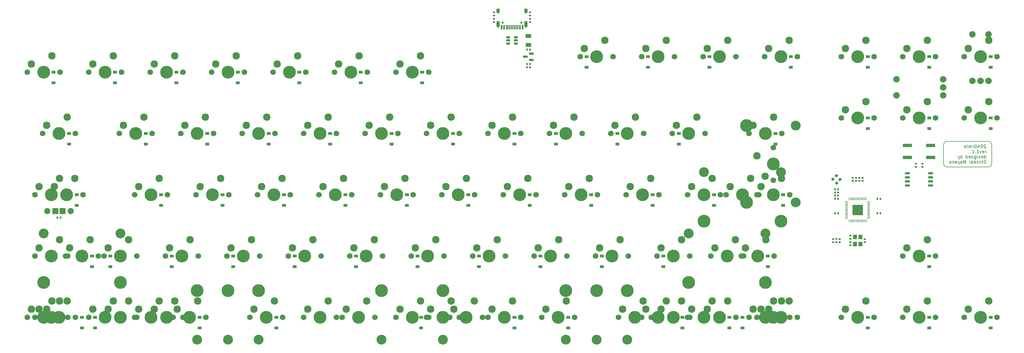
<source format=gbr>
%TF.GenerationSoftware,KiCad,Pcbnew,(6.0.6)*%
%TF.CreationDate,2022-09-03T14:27:16-07:00*%
%TF.ProjectId,2040rmie,32303430-726d-4696-952e-6b696361645f,rev?*%
%TF.SameCoordinates,Original*%
%TF.FileFunction,Soldermask,Bot*%
%TF.FilePolarity,Negative*%
%FSLAX46Y46*%
G04 Gerber Fmt 4.6, Leading zero omitted, Abs format (unit mm)*
G04 Created by KiCad (PCBNEW (6.0.6)) date 2022-09-03 14:27:16*
%MOMM*%
%LPD*%
G01*
G04 APERTURE LIST*
G04 Aperture macros list*
%AMRoundRect*
0 Rectangle with rounded corners*
0 $1 Rounding radius*
0 $2 $3 $4 $5 $6 $7 $8 $9 X,Y pos of 4 corners*
0 Add a 4 corners polygon primitive as box body*
4,1,4,$2,$3,$4,$5,$6,$7,$8,$9,$2,$3,0*
0 Add four circle primitives for the rounded corners*
1,1,$1+$1,$2,$3*
1,1,$1+$1,$4,$5*
1,1,$1+$1,$6,$7*
1,1,$1+$1,$8,$9*
0 Add four rect primitives between the rounded corners*
20,1,$1+$1,$2,$3,$4,$5,0*
20,1,$1+$1,$4,$5,$6,$7,0*
20,1,$1+$1,$6,$7,$8,$9,0*
20,1,$1+$1,$8,$9,$2,$3,0*%
G04 Aperture macros list end*
%ADD10C,0.200000*%
%ADD11C,1.750000*%
%ADD12C,3.987800*%
%ADD13C,2.300000*%
%ADD14RoundRect,0.285750X-0.666750X-0.666750X0.666750X-0.666750X0.666750X0.666750X-0.666750X0.666750X0*%
%ADD15C,1.905000*%
%ADD16C,3.048000*%
%ADD17C,2.000000*%
%ADD18RoundRect,0.140000X-0.140000X-0.170000X0.140000X-0.170000X0.140000X0.170000X-0.140000X0.170000X0*%
%ADD19R,1.200000X0.900000*%
%ADD20RoundRect,0.135000X0.185000X-0.135000X0.185000X0.135000X-0.185000X0.135000X-0.185000X-0.135000X0*%
%ADD21RoundRect,0.140000X0.140000X0.170000X-0.140000X0.170000X-0.140000X-0.170000X0.140000X-0.170000X0*%
%ADD22RoundRect,0.200000X-0.335876X-0.053033X-0.053033X-0.335876X0.335876X0.053033X0.053033X0.335876X0*%
%ADD23RoundRect,0.135000X-0.185000X0.135000X-0.185000X-0.135000X0.185000X-0.135000X0.185000X0.135000X0*%
%ADD24R,1.200000X1.400000*%
%ADD25RoundRect,0.140000X0.170000X-0.140000X0.170000X0.140000X-0.170000X0.140000X-0.170000X-0.140000X0*%
%ADD26RoundRect,0.140000X-0.170000X0.140000X-0.170000X-0.140000X0.170000X-0.140000X0.170000X0.140000X0*%
%ADD27RoundRect,0.150000X0.587500X0.150000X-0.587500X0.150000X-0.587500X-0.150000X0.587500X-0.150000X0*%
%ADD28RoundRect,0.250000X0.625000X-0.375000X0.625000X0.375000X-0.625000X0.375000X-0.625000X-0.375000X0*%
%ADD29RoundRect,0.150000X0.650000X0.150000X-0.650000X0.150000X-0.650000X-0.150000X0.650000X-0.150000X0*%
%ADD30C,0.650000*%
%ADD31R,0.600000X1.450000*%
%ADD32R,0.300000X1.450000*%
%ADD33O,1.000000X1.600000*%
%ADD34O,1.000000X2.100000*%
%ADD35RoundRect,0.135000X-0.135000X-0.185000X0.135000X-0.185000X0.135000X0.185000X-0.135000X0.185000X0*%
%ADD36RoundRect,0.050000X0.387500X0.050000X-0.387500X0.050000X-0.387500X-0.050000X0.387500X-0.050000X0*%
%ADD37RoundRect,0.050000X0.050000X0.387500X-0.050000X0.387500X-0.050000X-0.387500X0.050000X-0.387500X0*%
%ADD38RoundRect,0.144000X1.456000X1.456000X-1.456000X1.456000X-1.456000X-1.456000X1.456000X-1.456000X0*%
%ADD39RoundRect,0.275000X-1.125000X-0.275000X1.125000X-0.275000X1.125000X0.275000X-1.125000X0.275000X0*%
%ADD40RoundRect,0.150000X-0.475000X-0.150000X0.475000X-0.150000X0.475000X0.150000X-0.475000X0.150000X0*%
G04 APERTURE END LIST*
D10*
X345245950Y-86519750D02*
G75*
G03*
X343995950Y-87769750I50J-1250050D01*
G01*
X343995950Y-93269750D02*
X343995950Y-87769750D01*
X357745950Y-94519750D02*
G75*
G03*
X358995950Y-93269750I-50J1250050D01*
G01*
X358995950Y-87769750D02*
G75*
G03*
X357745950Y-86519750I-1250050J-50D01*
G01*
X343995950Y-93269750D02*
G75*
G03*
X345245950Y-94519750I1250050J50D01*
G01*
X357745950Y-94519750D02*
X345245950Y-94519750D01*
X358995950Y-87769750D02*
X358995950Y-93269750D01*
X345245950Y-86519750D02*
X357745950Y-86519750D01*
X357114201Y-87652369D02*
X357060629Y-87604750D01*
X356959439Y-87557130D01*
X356721344Y-87557130D01*
X356632058Y-87604750D01*
X356590391Y-87652369D01*
X356554677Y-87747607D01*
X356566582Y-87842845D01*
X356632058Y-87985702D01*
X357274915Y-88557130D01*
X356655867Y-88557130D01*
X355911820Y-87557130D02*
X355816582Y-87557130D01*
X355727296Y-87604750D01*
X355685629Y-87652369D01*
X355649915Y-87747607D01*
X355626105Y-87938083D01*
X355655867Y-88176178D01*
X355727296Y-88366654D01*
X355786820Y-88461892D01*
X355840391Y-88509511D01*
X355941582Y-88557130D01*
X356036820Y-88557130D01*
X356126105Y-88509511D01*
X356167772Y-88461892D01*
X356203486Y-88366654D01*
X356227296Y-88176178D01*
X356197534Y-87938083D01*
X356126105Y-87747607D01*
X356066582Y-87652369D01*
X356013010Y-87604750D01*
X355911820Y-87557130D01*
X354763010Y-87890464D02*
X354846344Y-88557130D01*
X354953486Y-87509511D02*
X355280867Y-88223797D01*
X354661820Y-88223797D01*
X354007058Y-87557130D02*
X353911820Y-87557130D01*
X353822534Y-87604750D01*
X353780867Y-87652369D01*
X353745153Y-87747607D01*
X353721344Y-87938083D01*
X353751105Y-88176178D01*
X353822534Y-88366654D01*
X353882058Y-88461892D01*
X353935629Y-88509511D01*
X354036820Y-88557130D01*
X354132058Y-88557130D01*
X354221344Y-88509511D01*
X354263010Y-88461892D01*
X354298725Y-88366654D01*
X354322534Y-88176178D01*
X354292772Y-87938083D01*
X354221344Y-87747607D01*
X354161820Y-87652369D01*
X354108248Y-87604750D01*
X354007058Y-87557130D01*
X353370153Y-88557130D02*
X353286820Y-87890464D01*
X353310629Y-88080940D02*
X353251105Y-87985702D01*
X353197534Y-87938083D01*
X353096344Y-87890464D01*
X353001105Y-87890464D01*
X352751105Y-88557130D02*
X352667772Y-87890464D01*
X352679677Y-87985702D02*
X352626105Y-87938083D01*
X352524915Y-87890464D01*
X352382058Y-87890464D01*
X352292772Y-87938083D01*
X352257058Y-88033321D01*
X352322534Y-88557130D01*
X352257058Y-88033321D02*
X352197534Y-87938083D01*
X352096344Y-87890464D01*
X351953486Y-87890464D01*
X351864201Y-87938083D01*
X351828486Y-88033321D01*
X351893963Y-88557130D01*
X351417772Y-88557130D02*
X351334439Y-87890464D01*
X351292772Y-87557130D02*
X351346344Y-87604750D01*
X351304677Y-87652369D01*
X351251105Y-87604750D01*
X351292772Y-87557130D01*
X351304677Y-87652369D01*
X350554677Y-88509511D02*
X350655867Y-88557130D01*
X350846344Y-88557130D01*
X350935629Y-88509511D01*
X350971344Y-88414273D01*
X350923725Y-88033321D01*
X350864201Y-87938083D01*
X350763010Y-87890464D01*
X350572534Y-87890464D01*
X350483248Y-87938083D01*
X350447534Y-88033321D01*
X350459439Y-88128559D01*
X350947534Y-88223797D01*
X357179677Y-90167130D02*
X357096344Y-89500464D01*
X357120153Y-89690940D02*
X357060629Y-89595702D01*
X357007058Y-89548083D01*
X356905867Y-89500464D01*
X356810629Y-89500464D01*
X356173725Y-90119511D02*
X356274915Y-90167130D01*
X356465391Y-90167130D01*
X356554677Y-90119511D01*
X356590391Y-90024273D01*
X356542772Y-89643321D01*
X356483248Y-89548083D01*
X356382058Y-89500464D01*
X356191582Y-89500464D01*
X356102296Y-89548083D01*
X356066582Y-89643321D01*
X356078486Y-89738559D01*
X356566582Y-89833797D01*
X355715391Y-89500464D02*
X355560629Y-90167130D01*
X355239201Y-89500464D01*
X354417772Y-90167130D02*
X354989201Y-90167130D01*
X354703486Y-90167130D02*
X354578486Y-89167130D01*
X354691582Y-89309988D01*
X354798725Y-89405226D01*
X354899915Y-89452845D01*
X353977296Y-90071892D02*
X353935629Y-90119511D01*
X353989201Y-90167130D01*
X354030867Y-90119511D01*
X353977296Y-90071892D01*
X353989201Y-90167130D01*
X352989201Y-90167130D02*
X353560629Y-90167130D01*
X353274915Y-90167130D02*
X353149915Y-89167130D01*
X353263010Y-89309988D01*
X353370153Y-89405226D01*
X353471344Y-89452845D01*
X356751105Y-91777130D02*
X356626105Y-90777130D01*
X356745153Y-91729511D02*
X356846344Y-91777130D01*
X357036820Y-91777130D01*
X357126105Y-91729511D01*
X357167772Y-91681892D01*
X357203486Y-91586654D01*
X357167772Y-91300940D01*
X357108248Y-91205702D01*
X357054677Y-91158083D01*
X356953486Y-91110464D01*
X356763010Y-91110464D01*
X356673725Y-91158083D01*
X355888010Y-91729511D02*
X355989201Y-91777130D01*
X356179677Y-91777130D01*
X356268963Y-91729511D01*
X356304677Y-91634273D01*
X356257058Y-91253321D01*
X356197534Y-91158083D01*
X356096344Y-91110464D01*
X355905867Y-91110464D01*
X355816582Y-91158083D01*
X355780867Y-91253321D01*
X355792772Y-91348559D01*
X356280867Y-91443797D01*
X355459439Y-91729511D02*
X355370153Y-91777130D01*
X355179677Y-91777130D01*
X355078486Y-91729511D01*
X355018963Y-91634273D01*
X355013010Y-91586654D01*
X355048725Y-91491416D01*
X355138010Y-91443797D01*
X355280867Y-91443797D01*
X355370153Y-91396178D01*
X355405867Y-91300940D01*
X355399915Y-91253321D01*
X355340391Y-91158083D01*
X355239201Y-91110464D01*
X355096344Y-91110464D01*
X355007058Y-91158083D01*
X354608248Y-91777130D02*
X354524915Y-91110464D01*
X354483248Y-90777130D02*
X354536820Y-90824750D01*
X354495153Y-90872369D01*
X354441582Y-90824750D01*
X354483248Y-90777130D01*
X354495153Y-90872369D01*
X353620153Y-91110464D02*
X353721344Y-91919988D01*
X353780867Y-92015226D01*
X353834439Y-92062845D01*
X353935629Y-92110464D01*
X354078486Y-92110464D01*
X354167772Y-92062845D01*
X353697534Y-91729511D02*
X353798725Y-91777130D01*
X353989201Y-91777130D01*
X354078486Y-91729511D01*
X354120153Y-91681892D01*
X354155867Y-91586654D01*
X354120153Y-91300940D01*
X354060629Y-91205702D01*
X354007058Y-91158083D01*
X353905867Y-91110464D01*
X353715391Y-91110464D01*
X353626105Y-91158083D01*
X353143963Y-91110464D02*
X353227296Y-91777130D01*
X353155867Y-91205702D02*
X353102296Y-91158083D01*
X353001105Y-91110464D01*
X352858248Y-91110464D01*
X352768963Y-91158083D01*
X352733248Y-91253321D01*
X352798725Y-91777130D01*
X351935629Y-91729511D02*
X352036820Y-91777130D01*
X352227296Y-91777130D01*
X352316582Y-91729511D01*
X352352296Y-91634273D01*
X352304677Y-91253321D01*
X352245153Y-91158083D01*
X352143963Y-91110464D01*
X351953486Y-91110464D01*
X351864201Y-91158083D01*
X351828486Y-91253321D01*
X351840391Y-91348559D01*
X352328486Y-91443797D01*
X351036820Y-91777130D02*
X350911820Y-90777130D01*
X351030867Y-91729511D02*
X351132058Y-91777130D01*
X351322534Y-91777130D01*
X351411820Y-91729511D01*
X351453486Y-91681892D01*
X351489201Y-91586654D01*
X351453486Y-91300940D01*
X351393963Y-91205702D01*
X351340391Y-91158083D01*
X351239201Y-91110464D01*
X351048725Y-91110464D01*
X350959439Y-91158083D01*
X349798725Y-91777130D02*
X349673725Y-90777130D01*
X349721344Y-91158083D02*
X349620153Y-91110464D01*
X349429677Y-91110464D01*
X349340391Y-91158083D01*
X349298725Y-91205702D01*
X349263010Y-91300940D01*
X349298725Y-91586654D01*
X349358248Y-91681892D01*
X349411820Y-91729511D01*
X349513010Y-91777130D01*
X349703486Y-91777130D01*
X349792772Y-91729511D01*
X348905867Y-91110464D02*
X348751105Y-91777130D01*
X348429677Y-91110464D02*
X348751105Y-91777130D01*
X348876105Y-92015226D01*
X348929677Y-92062845D01*
X349030867Y-92110464D01*
X357221344Y-93339511D02*
X357084439Y-93387130D01*
X356846344Y-93387130D01*
X356745153Y-93339511D01*
X356691582Y-93291892D01*
X356632058Y-93196654D01*
X356620153Y-93101416D01*
X356655867Y-93006178D01*
X356697534Y-92958559D01*
X356786820Y-92910940D01*
X356971344Y-92863321D01*
X357060629Y-92815702D01*
X357102296Y-92768083D01*
X357138010Y-92672845D01*
X357126105Y-92577607D01*
X357066582Y-92482369D01*
X357013010Y-92434750D01*
X356911820Y-92387130D01*
X356673725Y-92387130D01*
X356536820Y-92434750D01*
X356227296Y-93387130D02*
X356102296Y-92387130D01*
X355798725Y-93387130D02*
X355733248Y-92863321D01*
X355768963Y-92768083D01*
X355858248Y-92720464D01*
X356001105Y-92720464D01*
X356102296Y-92768083D01*
X356155867Y-92815702D01*
X355322534Y-93387130D02*
X355239201Y-92720464D01*
X355197534Y-92387130D02*
X355251105Y-92434750D01*
X355209439Y-92482369D01*
X355155867Y-92434750D01*
X355197534Y-92387130D01*
X355209439Y-92482369D01*
X354763010Y-92720464D02*
X354846344Y-93387130D01*
X354774915Y-92815702D02*
X354721344Y-92768083D01*
X354620153Y-92720464D01*
X354477296Y-92720464D01*
X354388010Y-92768083D01*
X354352296Y-92863321D01*
X354417772Y-93387130D01*
X353941582Y-93387130D02*
X353816582Y-92387130D01*
X353798725Y-93006178D02*
X353560629Y-93387130D01*
X353477296Y-92720464D02*
X353905867Y-93101416D01*
X352703486Y-93387130D02*
X352638010Y-92863321D01*
X352673725Y-92768083D01*
X352763010Y-92720464D01*
X352953486Y-92720464D01*
X353054677Y-92768083D01*
X352697534Y-93339511D02*
X352798725Y-93387130D01*
X353036820Y-93387130D01*
X353126105Y-93339511D01*
X353161820Y-93244273D01*
X353149915Y-93149035D01*
X353090391Y-93053797D01*
X352989201Y-93006178D01*
X352751105Y-93006178D01*
X352649915Y-92958559D01*
X352227296Y-93387130D02*
X352143963Y-92720464D01*
X352102296Y-92387130D02*
X352155867Y-92434750D01*
X352114201Y-92482369D01*
X352060629Y-92434750D01*
X352102296Y-92387130D01*
X352114201Y-92482369D01*
X350989201Y-93387130D02*
X350864201Y-92387130D01*
X350620153Y-93101416D01*
X350197534Y-92387130D01*
X350322534Y-93387130D01*
X349417772Y-93387130D02*
X349352296Y-92863321D01*
X349388010Y-92768083D01*
X349477296Y-92720464D01*
X349667772Y-92720464D01*
X349768963Y-92768083D01*
X349411820Y-93339511D02*
X349513010Y-93387130D01*
X349751105Y-93387130D01*
X349840391Y-93339511D01*
X349876105Y-93244273D01*
X349864201Y-93149035D01*
X349804677Y-93053797D01*
X349703486Y-93006178D01*
X349465391Y-93006178D01*
X349364201Y-92958559D01*
X348953486Y-92720464D02*
X348798725Y-93387130D01*
X348477296Y-92720464D02*
X348798725Y-93387130D01*
X348923725Y-93625226D01*
X348977296Y-93672845D01*
X349078486Y-93720464D01*
X347751105Y-93387130D02*
X347685629Y-92863321D01*
X347721344Y-92768083D01*
X347810629Y-92720464D01*
X348001105Y-92720464D01*
X348102296Y-92768083D01*
X347745153Y-93339511D02*
X347846344Y-93387130D01*
X348084439Y-93387130D01*
X348173725Y-93339511D01*
X348209439Y-93244273D01*
X348197534Y-93149035D01*
X348138010Y-93053797D01*
X348036820Y-93006178D01*
X347798725Y-93006178D01*
X347697534Y-92958559D01*
X347191582Y-92720464D02*
X347274915Y-93387130D01*
X347203486Y-92815702D02*
X347149915Y-92768083D01*
X347048725Y-92720464D01*
X346905867Y-92720464D01*
X346816582Y-92768083D01*
X346780867Y-92863321D01*
X346846344Y-93387130D01*
X346227296Y-93387130D02*
X346316582Y-93339511D01*
X346358248Y-93291892D01*
X346393963Y-93196654D01*
X346358248Y-92910940D01*
X346298725Y-92815702D01*
X346245153Y-92768083D01*
X346143963Y-92720464D01*
X346001105Y-92720464D01*
X345911820Y-92768083D01*
X345870153Y-92815702D01*
X345834439Y-92910940D01*
X345870153Y-93196654D01*
X345929677Y-93291892D01*
X345983248Y-93339511D01*
X346084439Y-93387130D01*
X346227296Y-93387130D01*
D11*
%TO.C,MX4-9_1*%
X265342500Y-141200000D03*
D12*
X260262500Y-141200000D03*
D11*
X255182500Y-141200000D03*
D13*
X256452500Y-138660000D03*
X262802500Y-136120000D03*
%TD*%
D11*
%TO.C,MX4-2_1*%
X103417500Y-141200000D03*
D12*
X98337500Y-141200000D03*
D11*
X93257500Y-141200000D03*
D13*
X94527500Y-138660000D03*
X100877500Y-136120000D03*
%TD*%
D11*
%TO.C,MX3-B0*%
X62301250Y-122150000D03*
D12*
X67381250Y-122150000D03*
D11*
X72461250Y-122150000D03*
D13*
X63571250Y-119610000D03*
X69921250Y-117070000D03*
%TD*%
D14*
%TO.C,LED1*%
X70873750Y-108180000D03*
D15*
X73413750Y-108180000D03*
%TD*%
D12*
%TO.C,MX4-7_2*%
X188825000Y-141200000D03*
D11*
X183745000Y-141200000D03*
X193905000Y-141200000D03*
D13*
X185015000Y-138660000D03*
X191365000Y-136120000D03*
%TD*%
D11*
%TO.C,MX3-2*%
X102782500Y-122150000D03*
D12*
X107862500Y-122150000D03*
D11*
X112942500Y-122150000D03*
D13*
X104052500Y-119610000D03*
X110402500Y-117070000D03*
%TD*%
D11*
%TO.C,MX3-13*%
X341542500Y-122150000D03*
X331382500Y-122150000D03*
D12*
X336462500Y-122150000D03*
D13*
X332652500Y-119610000D03*
X339002500Y-117070000D03*
%TD*%
D12*
%TO.C,ST-2_0*%
X226925000Y-132945000D03*
D16*
X226925000Y-148185000D03*
X131675000Y-148185000D03*
D12*
X131675000Y-132945000D03*
%TD*%
D11*
%TO.C,MX0-8*%
X241530000Y-60237500D03*
D12*
X236450000Y-60237500D03*
D11*
X231370000Y-60237500D03*
D13*
X232640000Y-57697500D03*
X238990000Y-55157500D03*
%TD*%
D12*
%TO.C,MX4-0_1*%
X69762500Y-141200000D03*
D11*
X74842500Y-141200000D03*
X64682500Y-141200000D03*
D13*
X65952500Y-138660000D03*
X72302500Y-136120000D03*
%TD*%
D12*
%TO.C,MX4-0_2*%
X67381250Y-141200000D03*
D11*
X72461250Y-141200000D03*
X62301250Y-141200000D03*
D13*
X63571250Y-138660000D03*
X69921250Y-136120000D03*
%TD*%
D11*
%TO.C,MX2-10*%
X274867500Y-103100000D03*
D12*
X269787500Y-103100000D03*
D11*
X264707500Y-103100000D03*
D13*
X265977500Y-100560000D03*
X272327500Y-98020000D03*
%TD*%
D11*
%TO.C,MX4-7_4*%
X201048750Y-141200000D03*
D12*
X195968750Y-141200000D03*
D11*
X190888750Y-141200000D03*
D13*
X192158750Y-138660000D03*
X198508750Y-136120000D03*
%TD*%
D11*
%TO.C,MX1-7*%
X212955000Y-84050000D03*
X202795000Y-84050000D03*
D12*
X207875000Y-84050000D03*
D13*
X204065000Y-81510000D03*
X210415000Y-78970000D03*
%TD*%
D11*
%TO.C,MX0-14*%
X360592500Y-60237500D03*
D12*
X355512500Y-60237500D03*
D11*
X350432500Y-60237500D03*
D13*
X351702500Y-57697500D03*
X358052500Y-55157500D03*
%TD*%
D11*
%TO.C,MX4-4_4*%
X167711250Y-141200000D03*
D12*
X162631250Y-141200000D03*
D11*
X157551250Y-141200000D03*
D13*
X158821250Y-138660000D03*
X165171250Y-136120000D03*
%TD*%
D12*
%TO.C,MX0-2*%
X103100000Y-65000000D03*
D11*
X98020000Y-65000000D03*
X108180000Y-65000000D03*
D13*
X99290000Y-62460000D03*
X105640000Y-59920000D03*
%TD*%
D16*
%TO.C,ST-B1*%
X65000000Y-115165000D03*
X88812500Y-115165000D03*
D12*
X88812500Y-130405000D03*
X65000000Y-130405000D03*
%TD*%
D11*
%TO.C,MX0-13*%
X331382500Y-60237500D03*
D12*
X336462500Y-60237500D03*
D11*
X341542500Y-60237500D03*
D13*
X332652500Y-57697500D03*
X339002500Y-55157500D03*
%TD*%
D12*
%TO.C,MX0-3*%
X122150000Y-65000000D03*
D11*
X127230000Y-65000000D03*
X117070000Y-65000000D03*
D13*
X118340000Y-62460000D03*
X124690000Y-59920000D03*
%TD*%
D12*
%TO.C,MX0-9*%
X255500000Y-60237500D03*
D11*
X260580000Y-60237500D03*
X250420000Y-60237500D03*
D13*
X251690000Y-57697500D03*
X258040000Y-55157500D03*
%TD*%
D11*
%TO.C,MX4-10_0*%
X269470000Y-141200000D03*
X279630000Y-141200000D03*
D12*
X274550000Y-141200000D03*
D13*
X270740000Y-138660000D03*
X277090000Y-136120000D03*
%TD*%
D11*
%TO.C,MX1-14*%
X350432500Y-79287500D03*
D12*
X355512500Y-79287500D03*
D11*
X360592500Y-79287500D03*
D13*
X351702500Y-76747500D03*
X358052500Y-74207500D03*
%TD*%
D11*
%TO.C,MX3-3*%
X121832500Y-122150000D03*
X131992500Y-122150000D03*
D12*
X126912500Y-122150000D03*
D13*
X123102500Y-119610000D03*
X129452500Y-117070000D03*
%TD*%
D12*
%TO.C,ST-A2*%
X282963750Y-81668750D03*
D16*
X298203750Y-105481250D03*
X298203750Y-81668750D03*
D12*
X282963750Y-105481250D03*
%TD*%
D16*
%TO.C,ST-3_0*%
X169775000Y-148185000D03*
D12*
X131675000Y-132945000D03*
X169775000Y-132945000D03*
D16*
X131675000Y-148185000D03*
%TD*%
D12*
%TO.C,MX1-8*%
X226925000Y-84050000D03*
D11*
X232005000Y-84050000D03*
X221845000Y-84050000D03*
D13*
X223115000Y-81510000D03*
X229465000Y-78970000D03*
%TD*%
D11*
%TO.C,MX1-13*%
X331382500Y-79287500D03*
X341542500Y-79287500D03*
D12*
X336462500Y-79287500D03*
D13*
X332652500Y-76747500D03*
X339002500Y-74207500D03*
%TD*%
D11*
%TO.C,MX1-6*%
X183745000Y-84050000D03*
D12*
X188825000Y-84050000D03*
D11*
X193905000Y-84050000D03*
D13*
X185015000Y-81510000D03*
X191365000Y-78970000D03*
%TD*%
D12*
%TO.C,MX4-1_2*%
X88812500Y-141200000D03*
D11*
X83732500Y-141200000D03*
X93892500Y-141200000D03*
D13*
X85002500Y-138660000D03*
X91352500Y-136120000D03*
%TD*%
D12*
%TO.C,ST-3_1*%
X226925000Y-132945000D03*
X188825000Y-132945000D03*
D16*
X188825000Y-148185000D03*
X226925000Y-148185000D03*
%TD*%
D11*
%TO.C,MX4-4_0*%
X184380000Y-141200000D03*
D12*
X179300000Y-141200000D03*
D11*
X174220000Y-141200000D03*
D13*
X175490000Y-138660000D03*
X181840000Y-136120000D03*
%TD*%
D16*
%TO.C,ST-C1*%
X265025000Y-115165000D03*
D12*
X288837500Y-130405000D03*
X265025000Y-130405000D03*
D16*
X288837500Y-115165000D03*
%TD*%
D11*
%TO.C,MX2-A11*%
X276613750Y-103100000D03*
D12*
X281693750Y-103100000D03*
D11*
X286773750Y-103100000D03*
D13*
X277883750Y-100560000D03*
X284233750Y-98020000D03*
%TD*%
D11*
%TO.C,MX3-10*%
X255182500Y-122150000D03*
D12*
X260262500Y-122150000D03*
D11*
X265342500Y-122150000D03*
D13*
X256452500Y-119610000D03*
X262802500Y-117070000D03*
%TD*%
D12*
%TO.C,MX2-1*%
X98337500Y-103100000D03*
D11*
X103417500Y-103100000D03*
X93257500Y-103100000D03*
D13*
X94527500Y-100560000D03*
X100877500Y-98020000D03*
%TD*%
D12*
%TO.C,MX1-4*%
X150725000Y-84050000D03*
D11*
X155805000Y-84050000D03*
X145645000Y-84050000D03*
D13*
X146915000Y-81510000D03*
X153265000Y-78970000D03*
%TD*%
D16*
%TO.C,ST-0_0*%
X236450000Y-148185000D03*
X122150000Y-148185000D03*
D12*
X236450000Y-132945000D03*
X122150000Y-132945000D03*
%TD*%
D11*
%TO.C,MX4-3_4*%
X128976250Y-141200000D03*
D12*
X134056250Y-141200000D03*
D11*
X139136250Y-141200000D03*
D13*
X130246250Y-138660000D03*
X136596250Y-136120000D03*
%TD*%
D11*
%TO.C,MX3-9*%
X246292500Y-122150000D03*
X236132500Y-122150000D03*
D12*
X241212500Y-122150000D03*
D13*
X237402500Y-119610000D03*
X243752500Y-117070000D03*
%TD*%
D12*
%TO.C,MX4-2_2*%
X110243750Y-141200000D03*
D11*
X115323750Y-141200000D03*
X105163750Y-141200000D03*
D13*
X106433750Y-138660000D03*
X112783750Y-136120000D03*
%TD*%
D11*
%TO.C,MX1-12*%
X322492500Y-79287500D03*
D12*
X317412500Y-79287500D03*
D11*
X312332500Y-79287500D03*
D13*
X313602500Y-76747500D03*
X319952500Y-74207500D03*
%TD*%
%TO.C,MX3-A11*%
X279471250Y-117070000D03*
X273121250Y-119610000D03*
D11*
X271851250Y-122150000D03*
X282011250Y-122150000D03*
D12*
X276931250Y-122150000D03*
%TD*%
%TO.C,MX2-8*%
X231687500Y-103100000D03*
D11*
X226607500Y-103100000D03*
X236767500Y-103100000D03*
D13*
X227877500Y-100560000D03*
X234227500Y-98020000D03*
%TD*%
D11*
%TO.C,MX2-5*%
X169457500Y-103100000D03*
X179617500Y-103100000D03*
D12*
X174537500Y-103100000D03*
D13*
X170727500Y-100560000D03*
X177077500Y-98020000D03*
%TD*%
D11*
%TO.C,MX2-3*%
X131357500Y-103100000D03*
X141517500Y-103100000D03*
D12*
X136437500Y-103100000D03*
D13*
X132627500Y-100560000D03*
X138977500Y-98020000D03*
%TD*%
D11*
%TO.C,MX3-8*%
X227242500Y-122150000D03*
D12*
X222162500Y-122150000D03*
D11*
X217082500Y-122150000D03*
D13*
X218352500Y-119610000D03*
X224702500Y-117070000D03*
%TD*%
D12*
%TO.C,MX1-11*%
X288837500Y-84050000D03*
D11*
X293917500Y-84050000D03*
X283757500Y-84050000D03*
D13*
X285027500Y-81510000D03*
X291377500Y-78970000D03*
%TD*%
D11*
%TO.C,MX4-13*%
X341542500Y-141200000D03*
D12*
X336462500Y-141200000D03*
D11*
X331382500Y-141200000D03*
D13*
X332652500Y-138660000D03*
X339002500Y-136120000D03*
%TD*%
D11*
%TO.C,MX1-1*%
X88495000Y-84050000D03*
D12*
X93575000Y-84050000D03*
D11*
X98655000Y-84050000D03*
D13*
X89765000Y-81510000D03*
X96115000Y-78970000D03*
%TD*%
D11*
%TO.C,MX3-4*%
X151042500Y-122150000D03*
D12*
X145962500Y-122150000D03*
D11*
X140882500Y-122150000D03*
D13*
X142152500Y-119610000D03*
X148502500Y-117070000D03*
%TD*%
D11*
%TO.C,MX3-5*%
X170092500Y-122150000D03*
D12*
X165012500Y-122150000D03*
D11*
X159932500Y-122150000D03*
D13*
X161202500Y-119610000D03*
X167552500Y-117070000D03*
%TD*%
D12*
%TO.C,MX0-12*%
X317412500Y-60237500D03*
D11*
X322492500Y-60237500D03*
X312332500Y-60237500D03*
D13*
X313602500Y-57697500D03*
X319952500Y-55157500D03*
%TD*%
D11*
%TO.C,MX2-C11*%
X291218750Y-88495000D03*
D12*
X291218750Y-93575000D03*
D11*
X291218750Y-98655000D03*
D13*
X288678750Y-97385000D03*
X286138750Y-91035000D03*
%TD*%
D12*
%TO.C,MX4-9_2*%
X248356250Y-141200000D03*
D11*
X243276250Y-141200000D03*
X253436250Y-141200000D03*
D13*
X244546250Y-138660000D03*
X250896250Y-136120000D03*
%TD*%
D14*
%TO.C,LED2*%
X68651250Y-108180000D03*
D15*
X66111250Y-108180000D03*
%TD*%
D11*
%TO.C,MX4-4_3*%
X145645000Y-141200000D03*
D12*
X150725000Y-141200000D03*
D11*
X155805000Y-141200000D03*
D13*
X146915000Y-138660000D03*
X153265000Y-136120000D03*
%TD*%
D12*
%TO.C,ST-1_0*%
X112625000Y-132945000D03*
D16*
X245975000Y-148185000D03*
X112625000Y-148185000D03*
D12*
X245975000Y-132945000D03*
%TD*%
D11*
%TO.C,MX1-2*%
X107545000Y-84050000D03*
D12*
X112625000Y-84050000D03*
D11*
X117705000Y-84050000D03*
D13*
X108815000Y-81510000D03*
X115165000Y-78970000D03*
%TD*%
D12*
%TO.C,MX1-10*%
X265025000Y-84050000D03*
D11*
X259945000Y-84050000D03*
X270105000Y-84050000D03*
D13*
X261215000Y-81510000D03*
X267565000Y-78970000D03*
%TD*%
D12*
%TO.C,MX4-2_0*%
X103100000Y-141200000D03*
D11*
X98020000Y-141200000D03*
X108180000Y-141200000D03*
D13*
X99290000Y-138660000D03*
X105640000Y-136120000D03*
%TD*%
D11*
%TO.C,MX1-3*%
X126595000Y-84050000D03*
D12*
X131675000Y-84050000D03*
D11*
X136755000Y-84050000D03*
D13*
X127865000Y-81510000D03*
X134215000Y-78970000D03*
%TD*%
D11*
%TO.C,MX4-12*%
X312332500Y-141200000D03*
D12*
X317412500Y-141200000D03*
D11*
X322492500Y-141200000D03*
D13*
X313602500Y-138660000D03*
X319952500Y-136120000D03*
%TD*%
D11*
%TO.C,MX1-5*%
X164695000Y-84050000D03*
D12*
X169775000Y-84050000D03*
D11*
X174855000Y-84050000D03*
D13*
X165965000Y-81510000D03*
X172315000Y-78970000D03*
%TD*%
D11*
%TO.C,MX2-6*%
X188507500Y-103100000D03*
D12*
X193587500Y-103100000D03*
D11*
X198667500Y-103100000D03*
D13*
X189777500Y-100560000D03*
X196127500Y-98020000D03*
%TD*%
D11*
%TO.C,MX4-11_2*%
X286138750Y-141200000D03*
X296298750Y-141200000D03*
D12*
X291218750Y-141200000D03*
D13*
X287408750Y-138660000D03*
X293758750Y-136120000D03*
%TD*%
D17*
%TO.C,RE2*%
X343962500Y-72262500D03*
X343962500Y-67262500D03*
X343962500Y-69762500D03*
X329462500Y-67262500D03*
X329462500Y-72262500D03*
%TD*%
D11*
%TO.C,MX4-8_4*%
X229623750Y-141200000D03*
D12*
X224543750Y-141200000D03*
D11*
X219463750Y-141200000D03*
D13*
X220733750Y-138660000D03*
X227083750Y-136120000D03*
%TD*%
D11*
%TO.C,MX2-7*%
X217717500Y-103100000D03*
D12*
X212637500Y-103100000D03*
D11*
X207557500Y-103100000D03*
D13*
X208827500Y-100560000D03*
X215177500Y-98020000D03*
%TD*%
D11*
%TO.C,MX2-9*%
X255817500Y-103100000D03*
D12*
X250737500Y-103100000D03*
D11*
X245657500Y-103100000D03*
D13*
X246927500Y-100560000D03*
X253277500Y-98020000D03*
%TD*%
D11*
%TO.C,MX3-B11*%
X281376250Y-122150000D03*
X291536250Y-122150000D03*
D12*
X286456250Y-122150000D03*
D13*
X282646250Y-119610000D03*
X288996250Y-117070000D03*
%TD*%
D12*
%TO.C,MX4-11_0*%
X293600000Y-141200000D03*
D11*
X298680000Y-141200000D03*
X288520000Y-141200000D03*
D13*
X289790000Y-138660000D03*
X296140000Y-136120000D03*
%TD*%
D11*
%TO.C,MX4-1_0*%
X78970000Y-141200000D03*
X89130000Y-141200000D03*
D12*
X84050000Y-141200000D03*
D13*
X80240000Y-138660000D03*
X86590000Y-136120000D03*
%TD*%
%TO.C,MX4-10_2*%
X272327500Y-136120000D03*
X265977500Y-138660000D03*
D11*
X274867500Y-141200000D03*
D12*
X269787500Y-141200000D03*
D11*
X264707500Y-141200000D03*
%TD*%
D12*
%TO.C,ST-A1*%
X269787500Y-111355000D03*
X293600000Y-111355000D03*
D16*
X293600000Y-96115000D03*
X269787500Y-96115000D03*
%TD*%
D12*
%TO.C,MX0-5*%
X160250000Y-65000000D03*
D11*
X165330000Y-65000000D03*
X155170000Y-65000000D03*
D13*
X156440000Y-62460000D03*
X162790000Y-59920000D03*
%TD*%
D11*
%TO.C,MX4-11_1*%
X283757500Y-141200000D03*
D12*
X288837500Y-141200000D03*
D11*
X293917500Y-141200000D03*
D13*
X285027500Y-138660000D03*
X291377500Y-136120000D03*
%TD*%
D11*
%TO.C,MX0-1*%
X89130000Y-65000000D03*
D12*
X84050000Y-65000000D03*
D11*
X78970000Y-65000000D03*
D13*
X80240000Y-62460000D03*
X86590000Y-59920000D03*
%TD*%
D11*
%TO.C,MX3-1*%
X93892500Y-122150000D03*
X83732500Y-122150000D03*
D12*
X88812500Y-122150000D03*
D13*
X85002500Y-119610000D03*
X91352500Y-117070000D03*
%TD*%
D11*
%TO.C,MX3-7*%
X208192500Y-122150000D03*
D12*
X203112500Y-122150000D03*
D11*
X198032500Y-122150000D03*
D13*
X199302500Y-119610000D03*
X205652500Y-117070000D03*
%TD*%
D11*
%TO.C,MX0-6*%
X174220000Y-65000000D03*
X184380000Y-65000000D03*
D12*
X179300000Y-65000000D03*
D13*
X175490000Y-62460000D03*
X181840000Y-59920000D03*
%TD*%
D11*
%TO.C,MX2-B0*%
X62301250Y-103100000D03*
D12*
X67381250Y-103100000D03*
D11*
X72461250Y-103100000D03*
D13*
X63571250Y-100560000D03*
X69921250Y-98020000D03*
%TD*%
%TO.C,MX4-9_0*%
X258040000Y-136120000D03*
X251690000Y-138660000D03*
D11*
X250420000Y-141200000D03*
X260580000Y-141200000D03*
D12*
X255500000Y-141200000D03*
%TD*%
%TO.C,MX4-0_0*%
X65000000Y-141200000D03*
D11*
X59920000Y-141200000D03*
X70080000Y-141200000D03*
D13*
X61190000Y-138660000D03*
X67540000Y-136120000D03*
%TD*%
D17*
%TO.C,RE1*%
X353012500Y-67737500D03*
X358012500Y-67737500D03*
X355512500Y-67737500D03*
X358012500Y-53237500D03*
X353012500Y-53237500D03*
%TD*%
D11*
%TO.C,MX2-2*%
X112307500Y-103100000D03*
D12*
X117387500Y-103100000D03*
D11*
X122467500Y-103100000D03*
D13*
X113577500Y-100560000D03*
X119927500Y-98020000D03*
%TD*%
D12*
%TO.C,MX0-11*%
X293600000Y-60237500D03*
D11*
X288520000Y-60237500D03*
X298680000Y-60237500D03*
D13*
X289790000Y-57697500D03*
X296140000Y-55157500D03*
%TD*%
D11*
%TO.C,MX1-9*%
X251055000Y-84050000D03*
D12*
X245975000Y-84050000D03*
D11*
X240895000Y-84050000D03*
D13*
X242165000Y-81510000D03*
X248515000Y-78970000D03*
%TD*%
D11*
%TO.C,MX2-4*%
X160567500Y-103100000D03*
X150407500Y-103100000D03*
D12*
X155487500Y-103100000D03*
D13*
X151677500Y-100560000D03*
X158027500Y-98020000D03*
%TD*%
D11*
%TO.C,MX4-14*%
X360592500Y-141200000D03*
D12*
X355512500Y-141200000D03*
D11*
X350432500Y-141200000D03*
D13*
X351702500Y-138660000D03*
X358052500Y-136120000D03*
%TD*%
D12*
%TO.C,MX1-0*%
X69762500Y-84050000D03*
D11*
X74842500Y-84050000D03*
X64682500Y-84050000D03*
D13*
X65952500Y-81510000D03*
X72302500Y-78970000D03*
%TD*%
D11*
%TO.C,MX2-A0*%
X77223750Y-103100000D03*
D12*
X72143750Y-103100000D03*
D11*
X67063750Y-103100000D03*
D13*
X68333750Y-100560000D03*
X74683750Y-98020000D03*
%TD*%
D11*
%TO.C,MX3-A0*%
X81986250Y-122150000D03*
X71826250Y-122150000D03*
D12*
X76906250Y-122150000D03*
D13*
X73096250Y-119610000D03*
X79446250Y-117070000D03*
%TD*%
D11*
%TO.C,MX3-6*%
X178982500Y-122150000D03*
X189142500Y-122150000D03*
D12*
X184062500Y-122150000D03*
D13*
X180252500Y-119610000D03*
X186602500Y-117070000D03*
%TD*%
D11*
%TO.C,MX4-7_3*%
X212955000Y-141200000D03*
X202795000Y-141200000D03*
D12*
X207875000Y-141200000D03*
D13*
X204065000Y-138660000D03*
X210415000Y-136120000D03*
%TD*%
D12*
%TO.C,MX2-B11*%
X291218750Y-103100000D03*
D11*
X286138750Y-103100000D03*
X296298750Y-103100000D03*
D13*
X287408750Y-100560000D03*
X293758750Y-98020000D03*
%TD*%
D12*
%TO.C,MX0-0*%
X65000000Y-65000000D03*
D11*
X70080000Y-65000000D03*
X59920000Y-65000000D03*
D13*
X61190000Y-62460000D03*
X67540000Y-59920000D03*
%TD*%
D11*
%TO.C,MX0-10*%
X279630000Y-60237500D03*
X269470000Y-60237500D03*
D12*
X274550000Y-60237500D03*
D13*
X270740000Y-57697500D03*
X277090000Y-55157500D03*
%TD*%
D12*
%TO.C,MX0-4*%
X141200000Y-65000000D03*
D11*
X136120000Y-65000000D03*
X146280000Y-65000000D03*
D13*
X137390000Y-62460000D03*
X143740000Y-59920000D03*
%TD*%
D18*
%TO.C,C17*%
X323502500Y-104425000D03*
X324462500Y-104425000D03*
%TD*%
D19*
%TO.C,D57*%
X113343750Y-144500000D03*
X113343750Y-141200000D03*
%TD*%
%TO.C,D41*%
X294318750Y-106400000D03*
X294318750Y-103100000D03*
%TD*%
D20*
%TO.C,R4*%
X315162500Y-116859375D03*
X315162500Y-115839375D03*
%TD*%
D21*
%TO.C,C11*%
X311322500Y-102425000D03*
X310362500Y-102425000D03*
%TD*%
D19*
%TO.C,D46*%
X142862500Y-125450000D03*
X142862500Y-122150000D03*
%TD*%
%TO.C,D34*%
X158587500Y-106400000D03*
X158587500Y-103100000D03*
%TD*%
%TO.C,D3*%
X106200000Y-68300000D03*
X106200000Y-65000000D03*
%TD*%
D22*
%TO.C,R2*%
X310789466Y-97223808D03*
X311956192Y-98390534D03*
%TD*%
D18*
%TO.C,C19*%
X323502500Y-108862500D03*
X324462500Y-108862500D03*
%TD*%
D23*
%TO.C,R9*%
X310842500Y-116877500D03*
X310842500Y-117897500D03*
%TD*%
D24*
%TO.C,Y1*%
X316562500Y-118487500D03*
X316562500Y-116287500D03*
X318262500Y-116287500D03*
X318262500Y-118487500D03*
%TD*%
D21*
%TO.C,C7*%
X311322500Y-101425000D03*
X310362500Y-101425000D03*
%TD*%
D19*
%TO.C,D12*%
X320512500Y-63537500D03*
X320512500Y-60237500D03*
%TD*%
%TO.C,D5*%
X144300000Y-68300000D03*
X144300000Y-65000000D03*
%TD*%
%TO.C,D48*%
X180962500Y-125450000D03*
X180962500Y-122150000D03*
%TD*%
D25*
%TO.C,C2*%
X315162500Y-118829375D03*
X315162500Y-117869375D03*
%TD*%
D19*
%TO.C,D65*%
X320512500Y-144500000D03*
X320512500Y-141200000D03*
%TD*%
%TO.C,D26*%
X291937500Y-87350000D03*
X291937500Y-84050000D03*
%TD*%
%TO.C,D1*%
X68100000Y-68300000D03*
X68100000Y-65000000D03*
%TD*%
%TO.C,D39*%
X253837500Y-106400000D03*
X253837500Y-103100000D03*
%TD*%
%TO.C,D49*%
X200012500Y-125450000D03*
X200012500Y-122150000D03*
%TD*%
%TO.C,D10*%
X271450000Y-63537500D03*
X271450000Y-60237500D03*
%TD*%
D25*
%TO.C,C8*%
X317912500Y-98817500D03*
X317912500Y-97857500D03*
%TD*%
D19*
%TO.C,D43*%
X85712500Y-125450000D03*
X85712500Y-122150000D03*
%TD*%
%TO.C,D16*%
X96675000Y-87350000D03*
X96675000Y-84050000D03*
%TD*%
%TO.C,D61*%
X227643750Y-144500000D03*
X227643750Y-141200000D03*
%TD*%
D26*
%TO.C,C20*%
X311842500Y-116907500D03*
X311842500Y-117867500D03*
%TD*%
D19*
%TO.C,D54*%
X339562500Y-125450000D03*
X339562500Y-122150000D03*
%TD*%
%TO.C,D58*%
X137156250Y-144500000D03*
X137156250Y-141200000D03*
%TD*%
D27*
%TO.C,U4*%
X216276250Y-59287500D03*
X216276250Y-61187500D03*
X214401250Y-60237500D03*
%TD*%
D19*
%TO.C,D33*%
X139537500Y-106400000D03*
X139537500Y-103100000D03*
%TD*%
%TO.C,D7*%
X182400000Y-68300000D03*
X182400000Y-65000000D03*
%TD*%
D22*
%TO.C,R3*%
X309728807Y-98284467D03*
X310895533Y-99451193D03*
%TD*%
D19*
%TO.C,D11*%
X296700000Y-63537500D03*
X296700000Y-60237500D03*
%TD*%
D28*
%TO.C,F1*%
X215338750Y-56557500D03*
X215338750Y-53757500D03*
%TD*%
D19*
%TO.C,D47*%
X161912500Y-125450000D03*
X161912500Y-122150000D03*
%TD*%
%TO.C,D22*%
X210975000Y-87350000D03*
X210975000Y-84050000D03*
%TD*%
%TO.C,D30*%
X75243750Y-106400000D03*
X75243750Y-103100000D03*
%TD*%
%TO.C,D37*%
X215737500Y-106400000D03*
X215737500Y-103100000D03*
%TD*%
%TO.C,D42*%
X80006250Y-125450000D03*
X80006250Y-122150000D03*
%TD*%
D18*
%TO.C,C10*%
X214858750Y-63487500D03*
X215818750Y-63487500D03*
%TD*%
D19*
%TO.C,D9*%
X252400000Y-63537500D03*
X252400000Y-60237500D03*
%TD*%
D26*
%TO.C,C9*%
X309842500Y-116907500D03*
X309842500Y-117867500D03*
%TD*%
D19*
%TO.C,D24*%
X242875000Y-87350000D03*
X242875000Y-84050000D03*
%TD*%
D29*
%TO.C,U3*%
X340062500Y-96432500D03*
X340062500Y-97702500D03*
X340062500Y-98972500D03*
X340062500Y-100242500D03*
X332862500Y-100242500D03*
X332862500Y-98972500D03*
X332862500Y-97702500D03*
X332862500Y-96432500D03*
%TD*%
D19*
%TO.C,D4*%
X125250000Y-68300000D03*
X125250000Y-65000000D03*
%TD*%
D25*
%TO.C,C13*%
X316912500Y-98817500D03*
X316912500Y-97857500D03*
%TD*%
D26*
%TO.C,C4*%
X335462500Y-93506000D03*
X335462500Y-94466000D03*
%TD*%
D23*
%TO.C,R7*%
X215818750Y-46417500D03*
X215818750Y-47437500D03*
%TD*%
%TO.C,R8*%
X337462500Y-93476000D03*
X337462500Y-94496000D03*
%TD*%
D30*
%TO.C,USB1*%
X213138750Y-49612500D03*
X207358750Y-49612500D03*
D31*
X206998750Y-51057500D03*
X207798750Y-51057500D03*
D32*
X208998750Y-51057500D03*
X209998750Y-51057500D03*
X210498750Y-51057500D03*
X211498750Y-51057500D03*
D31*
X212698750Y-51057500D03*
X213498750Y-51057500D03*
X213498750Y-51057500D03*
X212698750Y-51057500D03*
D32*
X211998750Y-51057500D03*
X210998750Y-51057500D03*
X209498750Y-51057500D03*
X208498750Y-51057500D03*
D31*
X207798750Y-51057500D03*
X206998750Y-51057500D03*
D33*
X214568750Y-45962500D03*
D34*
X214568750Y-50142500D03*
X205928750Y-50142500D03*
D33*
X205928750Y-45962500D03*
%TD*%
D19*
%TO.C,D25*%
X261925000Y-87350000D03*
X261925000Y-84050000D03*
%TD*%
%TO.C,D18*%
X134775000Y-87350000D03*
X134775000Y-84050000D03*
%TD*%
%TO.C,D55*%
X76906250Y-144500000D03*
X76906250Y-141200000D03*
%TD*%
%TO.C,D40*%
X272887500Y-106400000D03*
X272887500Y-103100000D03*
%TD*%
D35*
%TO.C,R1*%
X69252500Y-110260000D03*
X70272500Y-110260000D03*
%TD*%
D26*
%TO.C,C3*%
X204678750Y-46447500D03*
X204678750Y-47407500D03*
%TD*%
D25*
%TO.C,C14*%
X318912500Y-98817500D03*
X318912500Y-97857500D03*
%TD*%
D19*
%TO.C,D66*%
X339562500Y-144500000D03*
X339562500Y-141200000D03*
%TD*%
%TO.C,D52*%
X257162500Y-125450000D03*
X257162500Y-122150000D03*
%TD*%
%TO.C,D13*%
X339562500Y-63537500D03*
X339562500Y-60237500D03*
%TD*%
%TO.C,D8*%
X233350000Y-63537500D03*
X233350000Y-60237500D03*
%TD*%
%TO.C,D17*%
X115725000Y-87350000D03*
X115725000Y-84050000D03*
%TD*%
%TO.C,D50*%
X219062500Y-125450000D03*
X219062500Y-122150000D03*
%TD*%
%TO.C,D59*%
X182081950Y-144500000D03*
X182081950Y-141200000D03*
%TD*%
%TO.C,D28*%
X339562500Y-82587500D03*
X339562500Y-79287500D03*
%TD*%
%TO.C,D31*%
X101437500Y-106400000D03*
X101437500Y-103100000D03*
%TD*%
%TO.C,D14*%
X358612500Y-63537500D03*
X358612500Y-60237500D03*
%TD*%
D25*
%TO.C,C1*%
X319662500Y-117867500D03*
X319662500Y-116907500D03*
%TD*%
D36*
%TO.C,U1*%
X320850000Y-105262500D03*
X320850000Y-105662500D03*
X320850000Y-106062500D03*
X320850000Y-106462500D03*
X320850000Y-106862500D03*
X320850000Y-107262500D03*
X320850000Y-107662500D03*
X320850000Y-108062500D03*
X320850000Y-108462500D03*
X320850000Y-108862500D03*
X320850000Y-109262500D03*
X320850000Y-109662500D03*
X320850000Y-110062500D03*
X320850000Y-110462500D03*
D37*
X320012500Y-111300000D03*
X319612500Y-111300000D03*
X319212500Y-111300000D03*
X318812500Y-111300000D03*
X318412500Y-111300000D03*
X318012500Y-111300000D03*
X317612500Y-111300000D03*
X317212500Y-111300000D03*
X316812500Y-111300000D03*
X316412500Y-111300000D03*
X316012500Y-111300000D03*
X315612500Y-111300000D03*
X315212500Y-111300000D03*
X314812500Y-111300000D03*
D36*
X313975000Y-110462500D03*
X313975000Y-110062500D03*
X313975000Y-109662500D03*
X313975000Y-109262500D03*
X313975000Y-108862500D03*
X313975000Y-108462500D03*
X313975000Y-108062500D03*
X313975000Y-107662500D03*
X313975000Y-107262500D03*
X313975000Y-106862500D03*
X313975000Y-106462500D03*
X313975000Y-106062500D03*
X313975000Y-105662500D03*
X313975000Y-105262500D03*
D37*
X314812500Y-104425000D03*
X315212500Y-104425000D03*
X315612500Y-104425000D03*
X316012500Y-104425000D03*
X316412500Y-104425000D03*
X316812500Y-104425000D03*
X317212500Y-104425000D03*
X317612500Y-104425000D03*
X318012500Y-104425000D03*
X318412500Y-104425000D03*
X318812500Y-104425000D03*
X319212500Y-104425000D03*
X319612500Y-104425000D03*
X320012500Y-104425000D03*
D38*
X317412500Y-107862500D03*
%TD*%
D18*
%TO.C,C6*%
X214858750Y-62487500D03*
X215818750Y-62487500D03*
%TD*%
D19*
%TO.C,D53*%
X289556250Y-125450000D03*
X289556250Y-122150000D03*
%TD*%
%TO.C,D35*%
X177637500Y-106400000D03*
X177637500Y-103100000D03*
%TD*%
D20*
%TO.C,R6*%
X215818750Y-49437500D03*
X215818750Y-48417500D03*
%TD*%
D19*
%TO.C,D36*%
X196687500Y-106400000D03*
X196687500Y-103100000D03*
%TD*%
%TO.C,D6*%
X163350000Y-68300000D03*
X163350000Y-65000000D03*
%TD*%
%TO.C,D45*%
X123812500Y-125450000D03*
X123812500Y-122150000D03*
%TD*%
D21*
%TO.C,C16*%
X311322500Y-104425000D03*
X310362500Y-104425000D03*
%TD*%
D19*
%TO.C,D2*%
X87150000Y-68300000D03*
X87150000Y-65000000D03*
%TD*%
D39*
%TO.C,Reset1*%
X340062500Y-91494500D03*
X332862500Y-91494500D03*
X332862500Y-87794500D03*
X340062500Y-87794500D03*
%TD*%
D19*
%TO.C,D19*%
X153825000Y-87350000D03*
X153825000Y-84050000D03*
%TD*%
%TO.C,D60*%
X210975000Y-144500000D03*
X210975000Y-141200000D03*
%TD*%
%TO.C,D51*%
X238112500Y-125450000D03*
X238112500Y-122150000D03*
%TD*%
%TO.C,D38*%
X234787500Y-106400000D03*
X234787500Y-103100000D03*
%TD*%
D20*
%TO.C,R5*%
X204678750Y-49437500D03*
X204678750Y-48417500D03*
%TD*%
D18*
%TO.C,C5*%
X214858750Y-57987500D03*
X215818750Y-57987500D03*
%TD*%
D21*
%TO.C,C15*%
X311322500Y-103425000D03*
X310362500Y-103425000D03*
%TD*%
D19*
%TO.C,D27*%
X320512500Y-82587500D03*
X320512500Y-79287500D03*
%TD*%
%TO.C,D32*%
X120487500Y-106400000D03*
X120487500Y-103100000D03*
%TD*%
%TO.C,D67*%
X358612500Y-144500000D03*
X358612500Y-141200000D03*
%TD*%
%TO.C,D23*%
X223825000Y-87350000D03*
X223825000Y-84050000D03*
%TD*%
%TO.C,D56*%
X80950000Y-144500000D03*
X80950000Y-141200000D03*
%TD*%
%TO.C,D20*%
X172875000Y-87350000D03*
X172875000Y-84050000D03*
%TD*%
D40*
%TO.C,U2*%
X209073750Y-56107500D03*
X209073750Y-55157500D03*
X209073750Y-54207500D03*
X211423750Y-54207500D03*
X211423750Y-55157500D03*
X211423750Y-56107500D03*
%TD*%
D19*
%TO.C,D62*%
X263044450Y-141200000D03*
X263044450Y-144500000D03*
%TD*%
%TO.C,D15*%
X72862500Y-87350000D03*
X72862500Y-84050000D03*
%TD*%
D21*
%TO.C,C18*%
X311322500Y-108862500D03*
X310362500Y-108862500D03*
%TD*%
D19*
%TO.C,D44*%
X104762500Y-125450000D03*
X104762500Y-122150000D03*
%TD*%
%TO.C,D63*%
X277650000Y-144500000D03*
X277650000Y-141200000D03*
%TD*%
D25*
%TO.C,C12*%
X315912500Y-98817500D03*
X315912500Y-97857500D03*
%TD*%
D19*
%TO.C,D29*%
X358612500Y-82587500D03*
X358612500Y-79287500D03*
%TD*%
%TO.C,D64*%
X281693750Y-144500000D03*
X281693750Y-141200000D03*
%TD*%
%TO.C,D21*%
X191925000Y-87350000D03*
X191925000Y-84050000D03*
%TD*%
M02*

</source>
